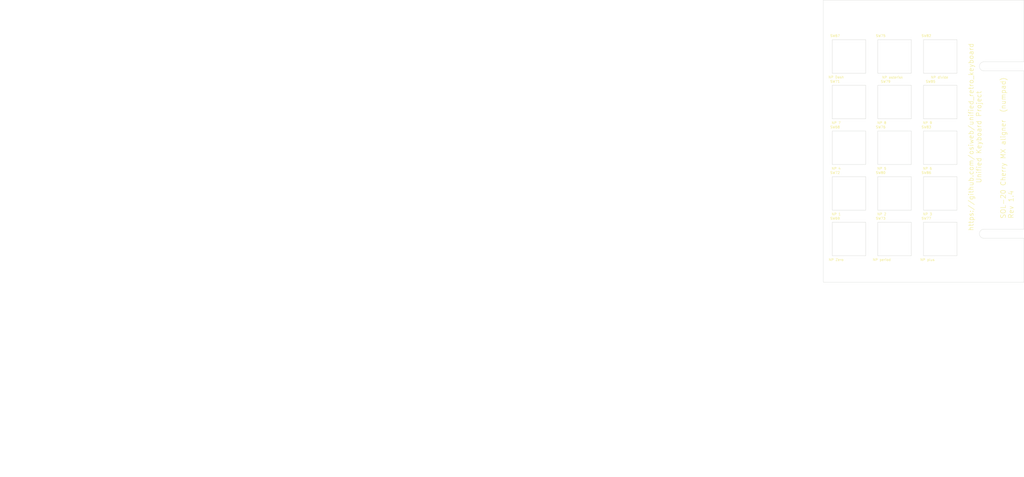
<source format=kicad_pcb>
(kicad_pcb (version 20171130) (host pcbnew "(5.1.5-0-10_14)")

  (general
    (thickness 1.6)
    (drawings 15)
    (tracks 0)
    (zones 0)
    (modules 19)
    (nets 1)
  )

  (page C)
  (title_block
    (title "Unified Retro Keyboard")
    (date 2019-08-25)
    (rev 1.1)
    (company OSIWeb.org)
    (comment 1 "Key aligner - Cherry (numpad)")
  )

  (layers
    (0 F.Cu signal)
    (31 B.Cu signal)
    (32 B.Adhes user)
    (33 F.Adhes user)
    (34 B.Paste user)
    (35 F.Paste user)
    (36 B.SilkS user)
    (37 F.SilkS user)
    (38 B.Mask user)
    (39 F.Mask user)
    (40 Dwgs.User user)
    (41 Cmts.User user)
    (42 Eco1.User user)
    (43 Eco2.User user)
    (44 Edge.Cuts user)
    (45 Margin user)
    (46 B.CrtYd user)
    (47 F.CrtYd user)
    (48 B.Fab user)
    (49 F.Fab user)
  )

  (setup
    (last_trace_width 0.254)
    (user_trace_width 0.254)
    (user_trace_width 0.508)
    (user_trace_width 1.27)
    (trace_clearance 0.2)
    (zone_clearance 0.508)
    (zone_45_only no)
    (trace_min 0.2)
    (via_size 0.8128)
    (via_drill 0.4064)
    (via_min_size 0.4)
    (via_min_drill 0.3)
    (user_via 1.27 0.7112)
    (uvia_size 0.3048)
    (uvia_drill 0.1016)
    (uvias_allowed no)
    (uvia_min_size 0.2)
    (uvia_min_drill 0.1)
    (edge_width 0.05)
    (segment_width 0.2)
    (pcb_text_width 0.3)
    (pcb_text_size 1.5 1.5)
    (mod_edge_width 0.12)
    (mod_text_size 1 1)
    (mod_text_width 0.15)
    (pad_size 3.81 3.81)
    (pad_drill 3.81)
    (pad_to_mask_clearance 0)
    (aux_axis_origin 61.4172 179.1081)
    (grid_origin 76.835 223.393)
    (visible_elements 7FFFEFFF)
    (pcbplotparams
      (layerselection 0x010fc_ffffffff)
      (usegerberextensions false)
      (usegerberattributes false)
      (usegerberadvancedattributes false)
      (creategerberjobfile false)
      (excludeedgelayer true)
      (linewidth 0.100000)
      (plotframeref false)
      (viasonmask false)
      (mode 1)
      (useauxorigin false)
      (hpglpennumber 1)
      (hpglpenspeed 20)
      (hpglpendiameter 15.000000)
      (psnegative false)
      (psa4output false)
      (plotreference true)
      (plotvalue true)
      (plotinvisibletext false)
      (padsonsilk false)
      (subtractmaskfromsilk false)
      (outputformat 1)
      (mirror false)
      (drillshape 0)
      (scaleselection 1)
      (outputdirectory "outputs"))
  )

  (net 0 "")

  (net_class Default "This is the default net class."
    (clearance 0.2)
    (trace_width 0.254)
    (via_dia 0.8128)
    (via_drill 0.4064)
    (uvia_dia 0.3048)
    (uvia_drill 0.1016)
    (diff_pair_width 0.2032)
    (diff_pair_gap 0.254)
  )

  (net_class power1 ""
    (clearance 0.254)
    (trace_width 1.27)
    (via_dia 1.27)
    (via_drill 0.7112)
    (uvia_dia 0.3048)
    (uvia_drill 0.1016)
    (diff_pair_width 0.2032)
    (diff_pair_gap 0.254)
  )

  (net_class signal ""
    (clearance 0.2032)
    (trace_width 0.254)
    (via_dia 0.8128)
    (via_drill 0.4064)
    (uvia_dia 0.3048)
    (uvia_drill 0.1016)
    (diff_pair_width 0.2032)
    (diff_pair_gap 0.254)
  )

  (module unikbd:Key_MX_Aligner locked (layer F.Cu) (tedit 5E75767C) (tstamp 5E12D55C)
    (at 451.47738 168.69156)
    (path /5E16AC8E/5E1BE10C)
    (fp_text reference SW76 (at -5.7912 -8.6106) (layer F.SilkS)
      (effects (font (size 1 1) (thickness 0.15)))
    )
    (fp_text value "NP 5" (at -5.334 8.6614) (layer F.SilkS)
      (effects (font (size 1 1) (thickness 0.15)))
    )
    (fp_line (start -6.985 -6.985) (end -6.985 6.985) (layer Edge.Cuts) (width 0.12))
    (fp_line (start 6.985 6.985) (end 6.985 -6.985) (layer Edge.Cuts) (width 0.12))
    (fp_line (start -6.985 -6.985) (end 6.985 -6.985) (layer Edge.Cuts) (width 0.12))
    (fp_line (start -6.985 6.985) (end 6.985 6.985) (layer Edge.Cuts) (width 0.12))
  )

  (module unikbd:Key_MX_Aligner locked (layer F.Cu) (tedit 5E75767C) (tstamp 5E12D4BC)
    (at 432.42738 168.69156)
    (path /5E16AC8E/5E1BE109)
    (fp_text reference SW68 (at -5.7912 -8.6106) (layer F.SilkS)
      (effects (font (size 1 1) (thickness 0.15)))
    )
    (fp_text value "NP 4" (at -5.334 8.6614) (layer F.SilkS)
      (effects (font (size 1 1) (thickness 0.15)))
    )
    (fp_line (start -6.985 -6.985) (end -6.985 6.985) (layer Edge.Cuts) (width 0.12))
    (fp_line (start 6.985 6.985) (end 6.985 -6.985) (layer Edge.Cuts) (width 0.12))
    (fp_line (start -6.985 -6.985) (end 6.985 -6.985) (layer Edge.Cuts) (width 0.12))
    (fp_line (start -6.985 6.985) (end 6.985 6.985) (layer Edge.Cuts) (width 0.12))
  )

  (module unikbd:Key_MX_Aligner locked (layer F.Cu) (tedit 5E75767C) (tstamp 5E12D5E8)
    (at 470.52738 168.69156)
    (path /5E16AC8E/5E1BE10D)
    (fp_text reference SW83 (at -5.7912 -8.6106) (layer F.SilkS)
      (effects (font (size 1 1) (thickness 0.15)))
    )
    (fp_text value "NP 6" (at -5.334 8.6614) (layer F.SilkS)
      (effects (font (size 1 1) (thickness 0.15)))
    )
    (fp_line (start -6.985 -6.985) (end -6.985 6.985) (layer Edge.Cuts) (width 0.12))
    (fp_line (start 6.985 6.985) (end 6.985 -6.985) (layer Edge.Cuts) (width 0.12))
    (fp_line (start -6.985 -6.985) (end 6.985 -6.985) (layer Edge.Cuts) (width 0.12))
    (fp_line (start -6.985 6.985) (end 6.985 6.985) (layer Edge.Cuts) (width 0.12))
  )

  (module unikbd:Key_MX_Aligner locked (layer F.Cu) (tedit 5E75767C) (tstamp 5E120789)
    (at 470.52738 149.64156)
    (path /5E16AC8E/5E1BE103)
    (fp_text reference SW85 (at -4.03098 -8.56996) (layer F.SilkS)
      (effects (font (size 1 1) (thickness 0.15)))
    )
    (fp_text value "NP 9" (at -5.334 8.6614) (layer F.SilkS)
      (effects (font (size 1 1) (thickness 0.15)))
    )
    (fp_line (start -6.985 -6.985) (end -6.985 6.985) (layer Edge.Cuts) (width 0.12))
    (fp_line (start 6.985 6.985) (end 6.985 -6.985) (layer Edge.Cuts) (width 0.12))
    (fp_line (start -6.985 -6.985) (end 6.985 -6.985) (layer Edge.Cuts) (width 0.12))
    (fp_line (start -6.985 6.985) (end 6.985 6.985) (layer Edge.Cuts) (width 0.12))
  )

  (module unikbd:Key_MX_Aligner locked (layer F.Cu) (tedit 5E75767C) (tstamp 5E12D624)
    (at 470.52738 187.74156)
    (path /5E16AC8E/5E1BE10E)
    (fp_text reference SW86 (at -5.7912 -8.6106) (layer F.SilkS)
      (effects (font (size 1 1) (thickness 0.15)))
    )
    (fp_text value "NP 3" (at -5.334 8.6614) (layer F.SilkS)
      (effects (font (size 1 1) (thickness 0.15)))
    )
    (fp_line (start -6.985 -6.985) (end -6.985 6.985) (layer Edge.Cuts) (width 0.12))
    (fp_line (start 6.985 6.985) (end 6.985 -6.985) (layer Edge.Cuts) (width 0.12))
    (fp_line (start -6.985 -6.985) (end 6.985 -6.985) (layer Edge.Cuts) (width 0.12))
    (fp_line (start -6.985 6.985) (end 6.985 6.985) (layer Edge.Cuts) (width 0.12))
  )

  (module unikbd:Key_MX_Aligner locked (layer F.Cu) (tedit 5E75767C) (tstamp 5E12D5D4)
    (at 470.52738 130.59156)
    (path /5E16AC8E/5E1BE102)
    (fp_text reference SW82 (at -5.7912 -8.6106) (layer F.SilkS)
      (effects (font (size 1 1) (thickness 0.15)))
    )
    (fp_text value "NP divide" (at -0.29718 8.72744) (layer F.SilkS)
      (effects (font (size 1 1) (thickness 0.15)))
    )
    (fp_line (start -6.985 -6.985) (end -6.985 6.985) (layer Edge.Cuts) (width 0.12))
    (fp_line (start 6.985 6.985) (end 6.985 -6.985) (layer Edge.Cuts) (width 0.12))
    (fp_line (start -6.985 -6.985) (end 6.985 -6.985) (layer Edge.Cuts) (width 0.12))
    (fp_line (start -6.985 6.985) (end 6.985 6.985) (layer Edge.Cuts) (width 0.12))
  )

  (module unikbd:Key_MX_Aligner locked (layer F.Cu) (tedit 5E75767C) (tstamp 5E12D5AC)
    (at 451.47738 187.74156)
    (path /5E16AC8E/5E1BE10B)
    (fp_text reference SW80 (at -5.7912 -8.6106) (layer F.SilkS)
      (effects (font (size 1 1) (thickness 0.15)))
    )
    (fp_text value "NP 2" (at -5.334 8.6614) (layer F.SilkS)
      (effects (font (size 1 1) (thickness 0.15)))
    )
    (fp_line (start -6.985 -6.985) (end -6.985 6.985) (layer Edge.Cuts) (width 0.12))
    (fp_line (start 6.985 6.985) (end 6.985 -6.985) (layer Edge.Cuts) (width 0.12))
    (fp_line (start -6.985 -6.985) (end 6.985 -6.985) (layer Edge.Cuts) (width 0.12))
    (fp_line (start -6.985 6.985) (end 6.985 6.985) (layer Edge.Cuts) (width 0.12))
  )

  (module unikbd:Key_MX_Aligner locked (layer F.Cu) (tedit 5E75767C) (tstamp 5E12D598)
    (at 451.47738 149.64156)
    (path /5E16AC8E/5E1BE100)
    (fp_text reference SW79 (at -3.75158 -8.56996) (layer F.SilkS)
      (effects (font (size 1 1) (thickness 0.15)))
    )
    (fp_text value "NP 8" (at -5.334 8.6614) (layer F.SilkS)
      (effects (font (size 1 1) (thickness 0.15)))
    )
    (fp_line (start -6.985 -6.985) (end -6.985 6.985) (layer Edge.Cuts) (width 0.12))
    (fp_line (start 6.985 6.985) (end 6.985 -6.985) (layer Edge.Cuts) (width 0.12))
    (fp_line (start -6.985 -6.985) (end 6.985 -6.985) (layer Edge.Cuts) (width 0.12))
    (fp_line (start -6.985 6.985) (end 6.985 6.985) (layer Edge.Cuts) (width 0.12))
  )

  (module unikbd:Key_MX_Aligner locked (layer F.Cu) (tedit 5E75767C) (tstamp 5E12D570)
    (at 470.52738 206.79156)
    (path /5E16AC8E/5E1BE116)
    (fp_text reference SW77 (at -5.7912 -8.6106) (layer F.SilkS)
      (effects (font (size 1 1) (thickness 0.15)))
    )
    (fp_text value "NP plus" (at -5.334 8.6614) (layer F.SilkS)
      (effects (font (size 1 1) (thickness 0.15)))
    )
    (fp_line (start -6.985 -6.985) (end -6.985 6.985) (layer Edge.Cuts) (width 0.12))
    (fp_line (start 6.985 6.985) (end 6.985 -6.985) (layer Edge.Cuts) (width 0.12))
    (fp_line (start -6.985 -6.985) (end 6.985 -6.985) (layer Edge.Cuts) (width 0.12))
    (fp_line (start -6.985 6.985) (end 6.985 6.985) (layer Edge.Cuts) (width 0.12))
  )

  (module unikbd:Key_MX_Aligner locked (layer F.Cu) (tedit 5E75767C) (tstamp 5E114E20)
    (at 451.47738 130.59156)
    (path /5E16AC8E/5E1BE101)
    (fp_text reference SW75 (at -5.7912 -8.6106) (layer F.SilkS)
      (effects (font (size 1 1) (thickness 0.15)))
    )
    (fp_text value "NP asterisk" (at -0.88138 8.72744) (layer F.SilkS)
      (effects (font (size 1 1) (thickness 0.15)))
    )
    (fp_line (start -6.985 -6.985) (end -6.985 6.985) (layer Edge.Cuts) (width 0.12))
    (fp_line (start 6.985 6.985) (end 6.985 -6.985) (layer Edge.Cuts) (width 0.12))
    (fp_line (start -6.985 -6.985) (end 6.985 -6.985) (layer Edge.Cuts) (width 0.12))
    (fp_line (start -6.985 6.985) (end 6.985 6.985) (layer Edge.Cuts) (width 0.12))
  )

  (module unikbd:Key_MX_Aligner locked (layer F.Cu) (tedit 5E75767C) (tstamp 5E12D520)
    (at 451.47738 206.79156)
    (path /5E16AC8E/5BC6D0AD)
    (fp_text reference SW73 (at -5.7912 -8.6106) (layer F.SilkS)
      (effects (font (size 1 1) (thickness 0.15)))
    )
    (fp_text value "NP period" (at -5.334 8.6614) (layer F.SilkS)
      (effects (font (size 1 1) (thickness 0.15)))
    )
    (fp_line (start -6.985 -6.985) (end -6.985 6.985) (layer Edge.Cuts) (width 0.12))
    (fp_line (start 6.985 6.985) (end 6.985 -6.985) (layer Edge.Cuts) (width 0.12))
    (fp_line (start -6.985 -6.985) (end 6.985 -6.985) (layer Edge.Cuts) (width 0.12))
    (fp_line (start -6.985 6.985) (end 6.985 6.985) (layer Edge.Cuts) (width 0.12))
  )

  (module unikbd:Key_MX_Aligner locked (layer F.Cu) (tedit 5E75767C) (tstamp 5E12D50C)
    (at 432.42738 187.74156)
    (path /5E16AC8E/5E1BE10A)
    (fp_text reference SW72 (at -5.7912 -8.6106) (layer F.SilkS)
      (effects (font (size 1 1) (thickness 0.15)))
    )
    (fp_text value "NP 1" (at -5.334 8.6614) (layer F.SilkS)
      (effects (font (size 1 1) (thickness 0.15)))
    )
    (fp_line (start -6.985 -6.985) (end -6.985 6.985) (layer Edge.Cuts) (width 0.12))
    (fp_line (start 6.985 6.985) (end 6.985 -6.985) (layer Edge.Cuts) (width 0.12))
    (fp_line (start -6.985 -6.985) (end 6.985 -6.985) (layer Edge.Cuts) (width 0.12))
    (fp_line (start -6.985 6.985) (end 6.985 6.985) (layer Edge.Cuts) (width 0.12))
  )

  (module unikbd:Key_MX_Aligner locked (layer F.Cu) (tedit 5E75767C) (tstamp 5E12D4F8)
    (at 432.42738 149.64156)
    (path /5E16AC8E/5E1BE0FF)
    (fp_text reference SW71 (at -5.7912 -8.6106) (layer F.SilkS)
      (effects (font (size 1 1) (thickness 0.15)))
    )
    (fp_text value "NP 7" (at -5.334 8.6614) (layer F.SilkS)
      (effects (font (size 1 1) (thickness 0.15)))
    )
    (fp_line (start -6.985 -6.985) (end -6.985 6.985) (layer Edge.Cuts) (width 0.12))
    (fp_line (start 6.985 6.985) (end 6.985 -6.985) (layer Edge.Cuts) (width 0.12))
    (fp_line (start -6.985 -6.985) (end 6.985 -6.985) (layer Edge.Cuts) (width 0.12))
    (fp_line (start -6.985 6.985) (end 6.985 6.985) (layer Edge.Cuts) (width 0.12))
  )

  (module unikbd:Key_MX_Aligner locked (layer F.Cu) (tedit 5E75767C) (tstamp 5E12D4D0)
    (at 432.42738 206.79156)
    (path /5E16AC8E/5E149AE2)
    (fp_text reference SW69 (at -5.7912 -8.6106) (layer F.SilkS)
      (effects (font (size 1 1) (thickness 0.15)))
    )
    (fp_text value "NP Zero" (at -5.334 8.6614) (layer F.SilkS)
      (effects (font (size 1 1) (thickness 0.15)))
    )
    (fp_line (start -6.985 -6.985) (end -6.985 6.985) (layer Edge.Cuts) (width 0.12))
    (fp_line (start 6.985 6.985) (end 6.985 -6.985) (layer Edge.Cuts) (width 0.12))
    (fp_line (start -6.985 -6.985) (end 6.985 -6.985) (layer Edge.Cuts) (width 0.12))
    (fp_line (start -6.985 6.985) (end 6.985 6.985) (layer Edge.Cuts) (width 0.12))
  )

  (module unikbd:Key_MX_Aligner locked (layer F.Cu) (tedit 5E75767C) (tstamp 5E12D4A8)
    (at 432.42738 130.59156)
    (path /5E16AC8E/5E13E76B)
    (fp_text reference SW67 (at -5.7912 -8.6106) (layer F.SilkS)
      (effects (font (size 1 1) (thickness 0.15)))
    )
    (fp_text value "NP Dash" (at -5.334 8.6614) (layer F.SilkS)
      (effects (font (size 1 1) (thickness 0.15)))
    )
    (fp_line (start -6.985 -6.985) (end -6.985 6.985) (layer Edge.Cuts) (width 0.12))
    (fp_line (start 6.985 6.985) (end 6.985 -6.985) (layer Edge.Cuts) (width 0.12))
    (fp_line (start -6.985 -6.985) (end 6.985 -6.985) (layer Edge.Cuts) (width 0.12))
    (fp_line (start -6.985 6.985) (end 6.985 6.985) (layer Edge.Cuts) (width 0.12))
  )

  (module MountingHole:MountingHole_3.2mm_M3 locked (layer F.Cu) (tedit 56D1B4CB) (tstamp 5E75490D)
    (at 432.42738 219.49156)
    (descr "Mounting Hole 3.2mm, no annular, M3")
    (tags "mounting hole 3.2mm no annular m3")
    (attr virtual)
    (fp_text reference REF** (at 0 -4.2) (layer F.SilkS) hide
      (effects (font (size 1 1) (thickness 0.15)))
    )
    (fp_text value MountingHole_3.2mm_M3 (at 0 4.2) (layer F.Fab)
      (effects (font (size 1 1) (thickness 0.15)))
    )
    (fp_text user %R (at 0.3 0) (layer F.Fab)
      (effects (font (size 1 1) (thickness 0.15)))
    )
    (fp_circle (center 0 0) (end 3.2 0) (layer Cmts.User) (width 0.15))
    (fp_circle (center 0 0) (end 3.45 0) (layer F.CrtYd) (width 0.05))
    (pad 1 np_thru_hole circle (at 0 0) (size 3.2 3.2) (drill 3.2) (layers *.Cu *.Mask))
  )

  (module MountingHole:MountingHole_3.2mm_M3 locked (layer F.Cu) (tedit 56D1B4CB) (tstamp 5E75490D)
    (at 470.52738 219.49156)
    (descr "Mounting Hole 3.2mm, no annular, M3")
    (tags "mounting hole 3.2mm no annular m3")
    (attr virtual)
    (fp_text reference REF** (at 0 -4.2) (layer F.SilkS) hide
      (effects (font (size 1 1) (thickness 0.15)))
    )
    (fp_text value MountingHole_3.2mm_M3 (at 0 4.2) (layer F.Fab)
      (effects (font (size 1 1) (thickness 0.15)))
    )
    (fp_text user %R (at 0.3 0) (layer F.Fab)
      (effects (font (size 1 1) (thickness 0.15)))
    )
    (fp_circle (center 0 0) (end 3.2 0) (layer Cmts.User) (width 0.15))
    (fp_circle (center 0 0) (end 3.45 0) (layer F.CrtYd) (width 0.05))
    (pad 1 np_thru_hole circle (at 0 0) (size 3.2 3.2) (drill 3.2) (layers *.Cu *.Mask))
  )

  (module MountingHole:MountingHole_3.2mm_M3 locked (layer F.Cu) (tedit 56D1B4CB) (tstamp 5E75490D)
    (at 470.52738 114.08156)
    (descr "Mounting Hole 3.2mm, no annular, M3")
    (tags "mounting hole 3.2mm no annular m3")
    (attr virtual)
    (fp_text reference REF** (at 0 -4.2) (layer F.SilkS) hide
      (effects (font (size 1 1) (thickness 0.15)))
    )
    (fp_text value MountingHole_3.2mm_M3 (at 0 4.2) (layer F.Fab)
      (effects (font (size 1 1) (thickness 0.15)))
    )
    (fp_text user %R (at 0.3 0) (layer F.Fab)
      (effects (font (size 1 1) (thickness 0.15)))
    )
    (fp_circle (center 0 0) (end 3.2 0) (layer Cmts.User) (width 0.15))
    (fp_circle (center 0 0) (end 3.45 0) (layer F.CrtYd) (width 0.05))
    (pad 1 np_thru_hole circle (at 0 0) (size 3.2 3.2) (drill 3.2) (layers *.Cu *.Mask))
  )

  (module MountingHole:MountingHole_3.2mm_M3 locked (layer F.Cu) (tedit 56D1B4CB) (tstamp 5E75490D)
    (at 432.42738 114.08156)
    (descr "Mounting Hole 3.2mm, no annular, M3")
    (tags "mounting hole 3.2mm no annular m3")
    (attr virtual)
    (fp_text reference REF** (at 0 -4.2) (layer F.SilkS) hide
      (effects (font (size 1 1) (thickness 0.15)))
    )
    (fp_text value MountingHole_3.2mm_M3 (at 0 4.2) (layer F.Fab)
      (effects (font (size 1 1) (thickness 0.15)))
    )
    (fp_text user %R (at 0.3 0) (layer F.Fab)
      (effects (font (size 1 1) (thickness 0.15)))
    )
    (fp_circle (center 0 0) (end 3.2 0) (layer Cmts.User) (width 0.15))
    (fp_circle (center 0 0) (end 3.45 0) (layer F.CrtYd) (width 0.05))
    (pad 1 np_thru_hole circle (at 0 0) (size 3.2 3.2) (drill 3.2) (layers *.Cu *.Mask))
  )

  (gr_line (start 505.44984 202.66914) (end 505.44984 136.62914) (layer Edge.Cuts) (width 0.1016) (tstamp 5E8D7DB8))
  (gr_line (start 421.767 224.79) (end 421.767 107.0864) (layer Edge.Cuts) (width 0.1016) (tstamp 5E8D7DA3))
  (gr_text "SOL-20 Cherry MX aligner  (numpad)\nRev 1.4\n" (at 498.4496 198.374 90) (layer F.SilkS)
    (effects (font (size 2.032 2.032) (thickness 0.2032)) (justify left))
  )
  (gr_text "https://github.com/osiweb/unified_retro_keyboard\nUnified Keyboard Project" (at 485.013 164.211 90) (layer F.SilkS)
    (effects (font (size 2.032 2.032) (thickness 0.2032)))
  )
  (gr_text "Key spacing guide:\nVertical: 0.75 inch.\n\nKey1, Key2  ->  Centers (inches)\n\n1.00,  1.00  ->  0.75\n1.00,  1.25  ->  0.84375\n1.00,  1.50  ->  0.9375\n1.00,  1.75  ->  1.03125\n1.00,  2.00  ->  1.125\n1.25,  1.25  ->  0.9375\n1.25,  1.50  ->  1.03125\n1.25,  2.00  ->  1.21875\n1.50,  1.50  ->  1.125\n1.50,  2.00  ->  1.3125\n1.75,  2.00. ->. 1.40625\n8.00,  1.00  ->  3.375\n8.00,  1.25  ->  3.46875\n8.00,  1.50  ->  3.5625" (at 78.1304 274.8788) (layer F.Mask) (tstamp 5E6EC889)
    (effects (font (size 2.032 2.032) (thickness 0.3048)) (justify left))
  )
  (gr_line (start 505.45238 107.0864) (end 505.45238 132.81914) (layer Edge.Cuts) (width 0.1016) (tstamp 5E1A7AFB))
  (gr_line (start 505.45238 224.79) (end 505.45238 206.47914) (layer Edge.Cuts) (width 0.1016) (tstamp 5E1A7AF2))
  (gr_line (start 488.78109 206.47914) (end 505.44984 206.47914) (layer Edge.Cuts) (width 0.1016) (tstamp 5E1A7AB0))
  (gr_line (start 488.78109 136.62914) (end 505.44984 136.62914) (layer Edge.Cuts) (width 0.1016) (tstamp 5E1A7AD5))
  (gr_line (start 488.78109 132.81914) (end 505.44984 132.81914) (layer Edge.Cuts) (width 0.1016) (tstamp 5E1A7AD8))
  (gr_arc (start 488.78109 134.72414) (end 488.78109 132.81914) (angle -180) (layer Edge.Cuts) (width 0.1016) (tstamp 5E1A7ADB))
  (gr_line (start 488.78109 202.66914) (end 505.44984 202.66914) (layer Edge.Cuts) (width 0.1016) (tstamp 5E1A7AAC))
  (gr_arc (start 488.78109 204.57414) (end 488.78109 202.66914) (angle -180) (layer Edge.Cuts) (width 0.1016) (tstamp 5E1A7AAB))
  (gr_line (start 421.767 224.79) (end 505.45238 224.79) (layer Edge.Cuts) (width 0.1) (tstamp 5E3178AB))
  (gr_line (start 505.45238 107.0864) (end 421.767 107.0864) (layer Edge.Cuts) (width 0.1016) (tstamp 5D91148D))

)

</source>
